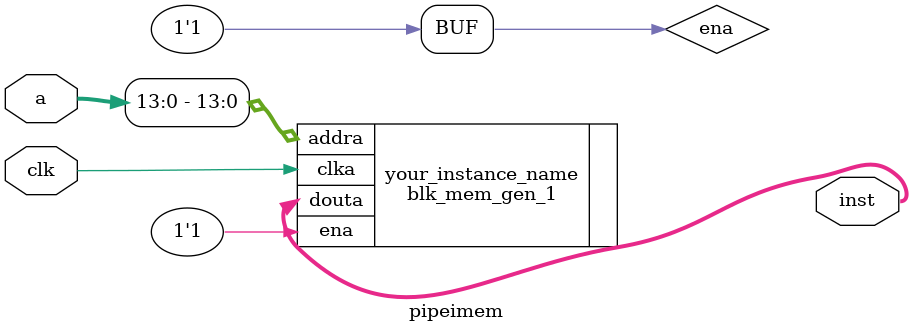
<source format=v>
`timescale 1ns / 1ps


module pipeimem(a,clk,inst);
    input [31:0] a;
    input clk;
    output [31:0] inst;
    reg ena = 1'b1;
    blk_mem_gen_1 your_instance_name (
      .clka(clk),    // input wire clka
      .ena(ena),      // input wire ena
      .addra(a[13:0]),  // input wire [13 : 0] addra
      .douta(inst)  // output wire [31 : 0] douta
    );
             
endmodule

</source>
